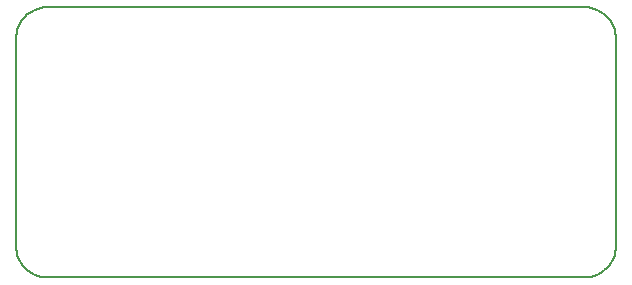
<source format=gm1>
G04*
G04 #@! TF.GenerationSoftware,Altium Limited,Altium Designer,20.2.6 (244)*
G04*
G04 Layer_Color=16711935*
%FSLAX25Y25*%
%MOIN*%
G70*
G04*
G04 #@! TF.SameCoordinates,35E5D78F-83E5-4AAB-BCDB-BF6E4E5D2065*
G04*
G04*
G04 #@! TF.FilePolarity,Positive*
G04*
G01*
G75*
%ADD10C,0.00591*%
%ADD12C,0.00600*%
D10*
Y10500D02*
Y80000D01*
X10500Y90000D02*
X190000D01*
X200000Y10500D02*
Y79500D01*
X10500Y0D02*
X189500D01*
D12*
X200000Y79500D02*
X199949Y80529D01*
X199798Y81549D01*
X199548Y82548D01*
X199201Y83518D01*
X198760Y84450D01*
X198230Y85334D01*
X197617Y86161D01*
X196925Y86925D01*
X196161Y87617D01*
X195334Y88230D01*
X194450Y88760D01*
X193518Y89201D01*
X192548Y89548D01*
X191549Y89798D01*
X190529Y89949D01*
X189500Y90000D01*
X10500Y90000D02*
X9471Y89949D01*
X8452Y89798D01*
X7452Y89548D01*
X6482Y89201D01*
X5550Y88760D01*
X4667Y88230D01*
X3839Y87617D01*
X3075Y86925D01*
X2383Y86161D01*
X1770Y85334D01*
X1240Y84450D01*
X799Y83518D01*
X452Y82548D01*
X202Y81549D01*
X51Y80529D01*
X0Y79500D01*
X189500Y0D02*
X190529Y51D01*
X191549Y202D01*
X192548Y452D01*
X193518Y799D01*
X194450Y1240D01*
X195334Y1770D01*
X196161Y2383D01*
X196925Y3075D01*
X197617Y3839D01*
X198230Y4667D01*
X198760Y5550D01*
X199201Y6482D01*
X199548Y7452D01*
X199798Y8452D01*
X199949Y9471D01*
X200000Y10500D01*
X0D02*
X51Y9471D01*
X202Y8452D01*
X452Y7452D01*
X799Y6482D01*
X1240Y5550D01*
X1770Y4667D01*
X2383Y3839D01*
X3075Y3075D01*
X3839Y2383D01*
X4667Y1770D01*
X5550Y1240D01*
X6482Y799D01*
X7452Y452D01*
X8452Y202D01*
X9471Y51D01*
X10500Y0D01*
M02*

</source>
